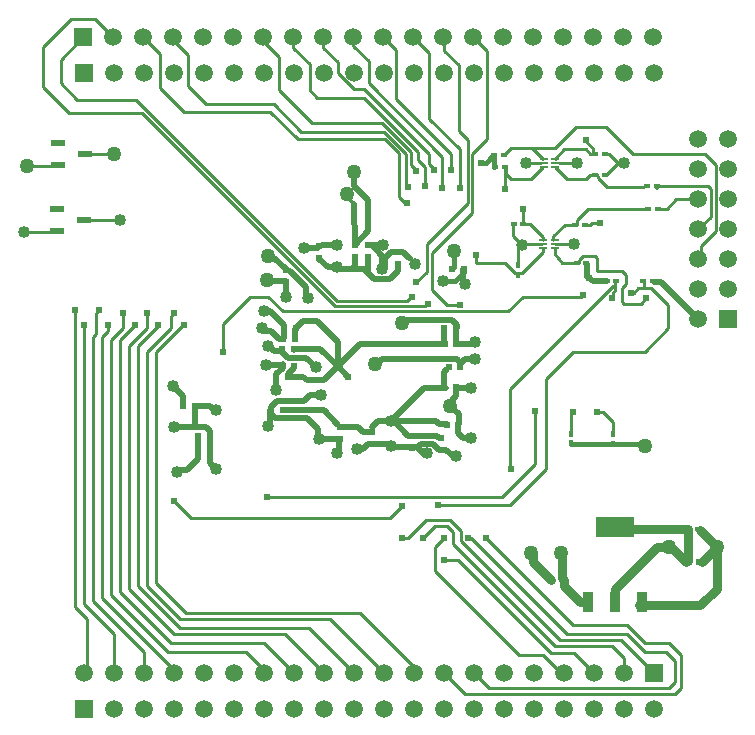
<source format=gbl>
%FSTAX23Y23*%
%MOIN*%
%SFA1B1*%

%IPPOS*%
%ADD15C,0.010000*%
%ADD16R,0.024610X0.015750*%
%ADD17R,0.015750X0.024610*%
%ADD19R,0.019680X0.023620*%
%ADD25R,0.059060X0.059060*%
%ADD41C,0.020000*%
%ADD42C,0.015000*%
%ADD46C,0.059060*%
%ADD47R,0.059060X0.059060*%
%ADD48C,0.050000*%
%ADD49C,0.040000*%
%ADD50C,0.024000*%
%ADD62R,0.045280X0.023620*%
%ADD63R,0.023620X0.019680*%
%ADD64R,0.031500X0.005910*%
%ADD65R,0.125980X0.068900*%
%ADD66R,0.037400X0.068900*%
%ADD67C,0.030000*%
%LNpcb1-1*%
%LPD*%
G54D15*
X02214Y00986D02*
X02221Y0098D01*
X00973Y01087D02*
Y011D01*
X01619Y01559D02*
Y0157D01*
X01197Y00955D02*
X01202Y0096D01*
X01632Y00673D02*
X01642D01*
X01532Y00783D02*
X01592Y00783D01*
X023Y01371D02*
Y01447D01*
X02242Y01505D02*
X023Y01447D01*
X02219Y01505D02*
X02242D01*
X01532Y00783D02*
X01532Y00783D01*
X01024Y01561D02*
X01038D01*
X01593Y01366D02*
X01598Y01371D01*
X01607Y01241D02*
Y01256D01*
X01048Y01296D02*
X01055Y01303D01*
X01052Y0125D02*
X01053Y01251D01*
X01798Y01637D02*
X01811Y0165D01*
X01798Y01581D02*
Y01637D01*
X01745Y00808D02*
X01855Y00918D01*
Y01094*
X0123Y01808D02*
X01253Y01784D01*
X01412Y0139D02*
X01421Y01399D01*
X01646Y01318D02*
X01654Y01326D01*
X01233Y01208D02*
Y0121D01*
X01032Y01208D02*
Y01217D01*
X02259Y0184D02*
X02265Y01846D01*
X02431D02*
X02441Y01836D01*
X02265Y01846D02*
X02431D01*
X01922Y01909D02*
X01963Y01868D01*
X02096Y01842D02*
X0222D01*
X02064Y01873D02*
X02096Y01842D01*
X01196Y01461D02*
X01428D01*
X01441Y01474*
X01445*
X01607Y01241D02*
Y01251D01*
X0158Y0157D02*
X01587Y01576D01*
X00992Y01201D02*
Y01208D01*
X00991Y01207D02*
Y01208D01*
Y01202D02*
Y01207D01*
X00992Y01208D02*
X00993Y01208D01*
X00991Y01207D02*
X00992Y01208D01*
X02033Y0177D02*
X02232D01*
X01996Y01733D02*
X02033Y0177D01*
X02265D02*
X02294D01*
X02325Y01801*
X024*
X02021Y01714D02*
X02038D01*
X02046Y01722*
X02071*
X01002Y01336D02*
X01017D01*
X00952Y0143D02*
X00973D01*
X01019Y01371D02*
Y01383D01*
X01017Y01336D02*
X01018Y01337D01*
X01017Y01336D02*
X01017D01*
X01018Y0137D02*
X01019Y01371D01*
X01058D02*
X0106D01*
X01057Y0137D02*
X01058Y01371D01*
X01056Y01336D02*
X01057Y01337D01*
X01024Y01561D02*
Y01567D01*
X01092Y01477D02*
X01098Y01472D01*
X00974Y01612D02*
X00981Y01604D01*
X00987*
X00972Y01098D02*
X00973Y01097D01*
X00547Y02089D02*
X0119Y01446D01*
X00525Y02132D02*
X01196Y01461D01*
X0033Y02132D02*
X00525D01*
X0119Y01446D02*
X01491D01*
X01497Y01452*
X00301Y02089D02*
X00547D01*
X01084Y01636D02*
X01085Y01637D01*
X01816Y01722D02*
X01821Y01717D01*
X01816Y01722D02*
Y01767D01*
X01821Y01717D02*
X0184D01*
X01812D02*
X01817D01*
X01821*
X01782Y01678D02*
Y01714D01*
Y01678D02*
X0181Y01651D01*
X00965Y01045D02*
X00973Y01053D01*
X00965Y01044D02*
Y01045D01*
X01298Y01647D02*
X01311D01*
X01352Y01563D02*
X01357Y01569D01*
X01399Y0163D02*
X01401Y01627D01*
X01398Y01624D02*
Y01626D01*
X01592Y01166D02*
X01598Y01173D01*
X01641D02*
X01643Y01171D01*
X01403Y0181D02*
X01427Y01786D01*
X01403Y0181D02*
Y01955D01*
X01357Y02001D02*
X01403Y01955D01*
X01064Y02001D02*
X01357D01*
X01427Y01847D02*
X01433Y01841D01*
X01427Y01847D02*
Y01952D01*
X01353Y02026D02*
X01427Y01952D01*
X01077Y02026D02*
X01353D01*
X0146Y01896D02*
Y01898D01*
X01442Y01916D02*
Y01959D01*
X01344Y02056D02*
X01442Y01959D01*
X01111Y02056D02*
X01344D01*
X0149Y01845D02*
Y01909D01*
X01467Y01932D02*
Y01957D01*
X01286Y02139D02*
X01467Y01957D01*
X0113Y02139D02*
X01286D01*
X01519Y01898D02*
Y01901D01*
X01502Y01918D02*
Y01951D01*
X01285Y02168D02*
X01502Y01951D01*
X01251Y02168D02*
X01285D01*
X01546Y0184D02*
Y01942D01*
X01301Y02187D02*
X01546Y01942D01*
X01301Y02187D02*
Y02262D01*
X01198Y02221D02*
X01251Y02168D01*
X01442Y01916D02*
X0146Y01898D01*
X0123Y01808D02*
Y01818D01*
X00963Y01531D02*
X00965Y01528D01*
X01198Y02221D02*
Y02259D01*
X01502Y01918D02*
X01519Y01901D01*
X01467Y01932D02*
X01487Y01913D01*
X00973Y02092D02*
X01064Y02001D01*
X01195Y01574D02*
X01201Y01568D01*
X01015Y01427D02*
X01767D01*
X00967Y01475D02*
X01015Y01427D01*
X01767D02*
X01815Y01475D01*
X02008*
X02014Y01481*
X02117Y00986D02*
Y00986D01*
X01975Y00987D02*
X01976Y00986D01*
X01647Y01953D02*
X01697Y02003D01*
X01716Y01947D02*
X0172D01*
X01647Y01755D02*
Y01953D01*
X01632Y01787D02*
Y01999D01*
X01496Y01651D02*
X01632Y01787D01*
X01601Y0203D02*
X01632Y01999D01*
X01513Y01621D02*
X01647Y01755D01*
X0172Y01909D02*
X01722Y01907D01*
X02249Y01528D02*
X02251Y01525D01*
X02034Y01539D02*
X02037D01*
X0203Y01542D02*
X02034Y01539D01*
X02027Y01588D02*
X0203Y01585D01*
X02027Y01588D02*
X02027D01*
X02063Y01561D02*
X02147D01*
X02063D02*
Y01605D01*
X01994Y01588D02*
X01999D01*
X01947Y0159D02*
X02001D01*
X01999Y01588D02*
X02001Y0159D01*
X02211Y01455D02*
X02227Y01471D01*
X01427Y01786D02*
X0143Y01788D01*
X01996Y01716D02*
Y01733D01*
X01988Y01714D02*
X01993D01*
X01996Y01716*
X02441Y01742D02*
Y01836D01*
X024Y01701D02*
X02441Y01742D01*
X01753Y01953D02*
X01757D01*
X0246Y01695D02*
Y01914D01*
X02409Y01644D02*
X0246Y01695D01*
X02422Y01953D02*
X0246Y01914D01*
X01553Y01371D02*
X01553Y0137D01*
Y01318D02*
X01554Y01318D01*
X01561Y01234D02*
Y01236D01*
X01566Y01241*
X01568*
X01321Y01252D02*
X01328Y01259D01*
X01334*
X00905Y01475D02*
X00967D01*
X00815Y01385D02*
X00905Y01475D01*
X00815Y01291D02*
Y01385D01*
X00991Y01202D02*
X00992Y01201D01*
X00787Y01098D02*
X00802D01*
X012Y01049D02*
X01202D01*
X01207Y01044*
Y01042D02*
Y01044D01*
X01202Y01002D02*
Y01003D01*
X01133Y01004D02*
X01136Y01001D01*
X01137Y01002*
X01202Y00998D02*
X01207Y01003D01*
X00653Y00794D02*
X00709Y00738D01*
X01373D02*
X01412Y00777D01*
X00709Y00738D02*
X01373D01*
X01263Y00969D02*
X01281D01*
X01311Y01025D02*
Y01041D01*
X01367Y00986D02*
X01376Y00978D01*
X01486Y00952D02*
X01495D01*
X01446Y00972D02*
X01466D01*
X01534Y00966D02*
X01543D01*
X01582Y00945D02*
X01593D01*
X01537Y01005D02*
X01543D01*
X01376Y00978D02*
X01379Y00974D01*
X01558Y01172D02*
X0156Y01174D01*
X016Y0105D02*
X01601Y01051D01*
X01561Y0105D02*
X01562Y01051D01*
X0158Y0112D02*
Y01133D01*
X01573Y01113D02*
X0158Y0112D01*
X01563Y01448D02*
X01604D01*
X01513Y01498D02*
Y01621D01*
Y01498D02*
X01563Y01448D01*
X01622Y0153D02*
X01629D01*
X01617Y01535D02*
X01622Y0153D01*
X01617Y01567D02*
X01619Y0157D01*
X0146Y01524D02*
X01496Y0156D01*
X01772Y00913D02*
Y01169D01*
X01772Y00913D02*
X01772Y00913D01*
Y01169D02*
X02115Y01513D01*
X01376Y01061D02*
X01384D01*
X01592Y00783D02*
X01772D01*
X01892Y00903*
X01658Y01587D02*
Y01614D01*
X01496Y0156D02*
Y01651D01*
X01399Y0163D02*
Y01632D01*
X01349Y01648D02*
X0135Y01649D01*
X01298Y01647D02*
X01298Y01648D01*
X01136Y01603D02*
Y01605D01*
X01139Y01641D02*
X01146Y01648D01*
X01577Y01899D02*
Y01951D01*
X01606Y01837D02*
Y01967D01*
X01132Y0164D02*
X01136Y01644D01*
X01139Y01641*
X01921Y01936D02*
X01952Y01968D01*
X02027Y01993D02*
Y01998D01*
X0204Y01953D02*
X02051D01*
X02055*
X02049Y01955D02*
X02051Y01953D01*
X02049Y01955D02*
Y01971D01*
X02027Y01993D02*
X02049Y01971D01*
X02092Y02043D02*
X02182Y01953D01*
X01992Y02043D02*
X02092D01*
X01922Y01973D02*
X01992Y02043D01*
X01754Y01834D02*
Y01905D01*
X01755Y01907*
X01658Y01587D02*
X01757D01*
X01788Y01556*
X01697Y02003D02*
Y02294D01*
X0165Y02341D02*
X01697Y02294D01*
X01601Y0203D02*
Y02247D01*
X01551Y02296D02*
X01601Y02247D01*
X01551Y02296D02*
Y0234D01*
X0155Y02341D02*
X01551Y0234D01*
X01503Y0207D02*
Y02288D01*
Y0207D02*
X01606Y01967D01*
X0145Y02341D02*
X01503Y02288D01*
X0176Y01884D02*
X01776Y01868D01*
X0176Y01884D02*
Y01904D01*
X01757Y01907D02*
X0176Y01904D01*
X01755Y01907D02*
X01757D01*
X01776Y01868D02*
X01841D01*
X01788Y01556D02*
X01795D01*
X01798Y01553*
Y01548D02*
Y01553D01*
X018Y01556D02*
X01811D01*
X01798Y01553D02*
X018Y01556D01*
X01811D02*
X01881Y01626D01*
X0181Y01651D02*
X01878D01*
X01805D02*
X0181D01*
X01811Y0165*
X02115Y01513D02*
X02121D01*
X00215Y02175D02*
X00301Y02089D01*
X00215Y02175D02*
Y02307D01*
X0031Y02402*
X00389*
X0045Y02341*
X00275Y02187D02*
X0033Y02132D01*
X00275Y02187D02*
Y02266D01*
X0035Y02341*
X00686Y02092D02*
X00973D01*
X00606Y02172D02*
X00686Y02092D01*
X00606Y02172D02*
Y02285D01*
X0055Y02341D02*
X00606Y02285D01*
X00699Y02178D02*
X00759Y02118D01*
X0065Y02331D02*
X00699Y02283D01*
Y02178D02*
Y02283D01*
X0065Y02331D02*
Y02341D01*
X00985Y02118D02*
X01077Y02026D01*
X00759Y02118D02*
X00985D01*
X01002Y02166D02*
Y02276D01*
X0095Y02327D02*
X01002Y02276D01*
X0095Y02327D02*
Y02341D01*
X01002Y02166D02*
X01111Y02056D01*
X01487Y01912D02*
X0149Y01909D01*
X01487Y01912D02*
Y01913D01*
X01105Y02164D02*
Y02252D01*
X0105Y02306D02*
X01105Y02252D01*
X0105Y02306D02*
Y02341D01*
X01105Y02164D02*
X0113Y02139D01*
X0115Y02306D02*
X01198Y02259D01*
X0115Y02306D02*
Y02341D01*
X01393Y02135D02*
X01577Y01951D01*
X01393Y02135D02*
Y02299D01*
X0125Y02312D02*
X01301Y02262D01*
X0125Y02312D02*
Y02341D01*
X0135D02*
X01393Y02299D01*
X0135Y02341D02*
X0135D01*
X00961Y00808D02*
X01745D01*
X01572Y00733D02*
X0161Y00695D01*
Y00663D02*
X0194Y00333D01*
X0161Y00663D02*
Y00695D01*
X02001Y0159D02*
X02002Y0159D01*
X02057Y01611D02*
X02063Y01605D01*
X02015Y01611D02*
X02057D01*
X02002Y01597D02*
X02015Y01611D01*
X02002Y0159D02*
Y01597D01*
X01921Y01617D02*
X01947Y0159D01*
X02219Y01505D02*
Y01525D01*
X02216Y01528D02*
X02219Y01525D01*
X02211Y01453D02*
Y01455D01*
X02144Y01505D02*
X02158Y01519D01*
X02144Y0146D02*
Y01505D01*
Y0146D02*
X02151Y01453D01*
X02158Y01519D02*
Y0155D01*
X02199Y01505D02*
X02219D01*
X02184Y0149D02*
X02199Y01505D01*
X02176Y0149D02*
X02184D01*
X02151Y01453D02*
X02211D01*
X02147Y01561D02*
X02158Y0155D01*
X02064Y01873D02*
Y0188D01*
X02061Y01883D02*
X02064Y0188D01*
X02057Y01883D02*
X02061D01*
X0204D02*
X02057D01*
X01921Y01617D02*
Y01636D01*
X01917Y01666D02*
Y01677D01*
X01954Y01714*
X01988*
X01921Y01651D02*
X01986D01*
X0184Y01717D02*
X01881Y01675D01*
Y01626D02*
Y01636D01*
Y01666D02*
Y01675D01*
X01993Y01922D02*
X01994Y01921D01*
X01934Y01922D02*
X01993D01*
X01825Y01923D02*
X01874D01*
X01824Y01922D02*
X01825Y01923D01*
X01846Y01973D02*
X01922D01*
X01777D02*
X01846D01*
X01952Y01968D02*
X02025D01*
X01841Y01868D02*
X01882Y01909D01*
X01963Y01868D02*
X02025D01*
X02092Y01953D02*
X02102D01*
X02132Y01923*
X02094Y01885D02*
X02132Y01923D01*
X02089Y01885D02*
X02094D01*
X02132Y01923D02*
X02152D01*
X02182Y01953D02*
X02422D01*
X02409Y0161D02*
Y01644D01*
X024Y01601D02*
X02409Y0161D01*
X0239Y0181D02*
X024Y01801D01*
X02121Y01513D02*
Y01525D01*
Y01497D02*
Y01513D01*
X02114Y0149D02*
X02121Y01497D01*
X02114Y01475D02*
Y0149D01*
X02112Y01473D02*
X02114Y01475D01*
X02117Y01019D02*
Y01058D01*
X02082Y01093D02*
X02117Y01058D01*
X02062Y01093D02*
X02082D01*
X01982Y01293D02*
X02222D01*
X01892Y01203D02*
X01982Y01293D01*
X01892Y00903D02*
Y01203D01*
X02222Y01293D02*
X023Y01371D01*
X01842Y00623D02*
X01849Y00615D01*
X0191Y00533D02*
X01912D01*
X01987Y00477D02*
X01992Y00472D01*
X01942Y00623D02*
X01946Y00618D01*
Y00537D02*
X01951Y00533D01*
X01882Y00283D02*
X01942Y00223D01*
X01802Y00283D02*
X01882D01*
X01942Y00223D02*
X01952D01*
X02112Y00313D02*
X02152Y00273D01*
X01922Y00313D02*
X02112D01*
X01582Y00653D02*
X01922Y00313D01*
X0194Y00333D02*
X02142D01*
X01692Y00673D02*
X01982Y00383D01*
X02142Y00333D02*
X02252Y00223D01*
X02162Y00353D02*
X02222Y00293D01*
X01962Y00353D02*
X02162D01*
X01642Y00673D02*
X01962Y00353D01*
X02162Y00383D02*
X02222Y00323D01*
X01982Y00383D02*
X02162D01*
X01582Y00653D02*
Y00693D01*
X01598Y00598D02*
X01908Y00288D01*
X01552Y00598D02*
X01598D01*
X01522Y00643D02*
X01552Y00673D01*
X01522Y00563D02*
Y00643D01*
Y00563D02*
X01802Y00283D01*
X01562Y00713D02*
X01582Y00693D01*
X01522Y00713D02*
X01562D01*
X01482Y00673D02*
X01522Y00713D01*
X01908Y00288D02*
X01987D01*
X01492Y00733D02*
X01572D01*
X01432Y00673D02*
X01492Y00733D01*
X01987Y00288D02*
X02052Y00223D01*
X01412Y00673D02*
X01432D01*
X02302Y00323D02*
X02342Y00283D01*
X02222Y00323D02*
X02302D01*
X02342Y00173D02*
Y00283D01*
X02322Y00153D02*
X02342Y00173D01*
X01622Y00153D02*
X02322D01*
X01552Y00223D02*
X01622Y00153D01*
X02062Y00697D02*
X02067Y00703D01*
X02322Y00193D02*
Y00263D01*
X02302Y00173D02*
X02322Y00193D01*
X01702Y00173D02*
X02302D01*
X02292Y00293D02*
X02322Y00263D01*
X02222Y00293D02*
X02292D01*
X01652Y00223D02*
X01702Y00173D01*
X02152Y00223D02*
Y00273D01*
X00362Y00233D02*
Y00403D01*
X00322Y00443D02*
X00362Y00403D01*
X00322Y01433D02*
Y00443D01*
X00352Y00223D02*
X00362Y00233D01*
X00452Y00223D02*
Y00353D01*
X00352Y00453D02*
X00452Y00353D01*
X00352Y00453D02*
Y01383D01*
X00552Y00223D02*
Y00293D01*
X00382Y00463D02*
X00552Y00293D01*
X00382Y00463D02*
Y01343D01*
X00652Y00223D02*
Y00233D01*
X00412Y00473D02*
X00652Y00233D01*
X00412Y00473D02*
Y01343D01*
X00322Y01433D02*
Y01438D01*
X01452Y00223D02*
Y00243D01*
X01272Y00423D02*
X01452Y00243D01*
X00692Y00423D02*
X01272D01*
X00682Y01383D02*
X00687D01*
X00592Y01293D02*
X00682Y01383D01*
X00592Y00523D02*
Y01293D01*
Y00523D02*
X00692Y00423D01*
X00562Y01293D02*
X00642Y01373D01*
X00562Y00513D02*
Y01293D01*
Y00513D02*
X00672Y00403D01*
X00642Y01373D02*
Y01413D01*
X00652Y01423*
X00672Y00403D02*
X01172D01*
X01352Y00223*
X00632Y00293D02*
X00892D01*
X00442Y00483D02*
X00632Y00293D01*
X00442Y00483D02*
Y01333D01*
X00672Y00373D02*
X01102D01*
X00532Y00513D02*
X00672Y00373D01*
X00532Y00513D02*
Y01313D01*
X00599Y0138*
Y01383*
X00502Y01313D02*
X00562Y01373D01*
Y01392*
X00562Y01393D02*
Y01423D01*
Y01393D02*
X00562Y01392D01*
X01152Y00223D02*
X01152Y00222D01*
X01102Y00373D02*
X01252Y00223D01*
X00502Y00503D02*
Y01313D01*
X00662Y00893D02*
X00667Y00898D01*
X00721Y01043D02*
X00721Y01042D01*
X00502Y00503D02*
X00652Y00353D01*
X01022*
X01152Y00223*
X00472Y01333D02*
X00522Y01383D01*
X00442Y01333D02*
X00482Y01373D01*
Y01423*
X00472Y00493D02*
Y01333D01*
Y00493D02*
X00642Y00323D01*
X00952*
X01052Y00223*
X00952D02*
Y00233D01*
X00892Y00293D02*
X00952Y00233D01*
X00432Y01363D02*
Y01383D01*
X00412Y01343D02*
X00432Y01363D01*
X00392Y01423D02*
X00402Y01433D01*
X00392Y01353D02*
Y01423D01*
X00382Y01343D02*
X00392Y01353D01*
X00471Y01733D02*
X00471Y01733D01*
X00352Y01733D02*
X00471D01*
X00352Y01733D02*
X00352Y01733D01*
X00263Y01695D02*
X00266Y01693D01*
X00152D02*
X00266D01*
X00255Y01923D02*
X00265Y01913D01*
X00356Y01953D02*
X00452D01*
X00162Y01913D02*
X00245D01*
X00265D02*
X00267Y01915D01*
X00245Y01913D02*
X00255Y01923D01*
X01252Y00223D02*
X01252Y00222D01*
X00721Y01042D02*
X00722Y01043D01*
X01757Y01953D02*
X01777Y01973D01*
X00721Y01113D02*
X00722Y01112D01*
Y01113D02*
X00723D01*
X00771Y00963D02*
X00771Y00963D01*
X00732Y00963D02*
X00732Y00963D01*
Y01012D02*
X00732Y01013D01*
X02302Y00643D02*
X02309D01*
X02359Y00593D02*
X02361D01*
X02364Y00595*
Y00703D02*
X02365D01*
X02401Y00593D02*
X02412D01*
X01846Y01973D02*
X01882Y01936D01*
X02025Y01868D02*
X0204Y01883D01*
X02025Y01968D02*
X0204Y01953D01*
X02121Y01525D02*
X02124Y01528D01*
X02127*
X01972Y01019D02*
X01974Y01022D01*
Y01085D02*
X01982Y01093D01*
X01974Y01022D02*
Y01085D01*
G54D16*
X02232Y0177D03*
X02265D03*
X02365Y00703D03*
X02398D03*
X02261Y01844D03*
X02229D03*
X01784Y01717D03*
X01817D03*
X02088Y01953D03*
X02055D03*
X02089Y01883D03*
X02057D03*
X01722Y01907D03*
X01755D03*
X0172Y01947D03*
X01753D03*
X02027Y01588D03*
X01994D03*
X02021Y01714D03*
X01988D03*
X02216Y01528D03*
X02249D03*
X02127D03*
X02094D03*
G54D17*
X01798Y01581D03*
Y01548D03*
X02117Y01019D03*
Y00986D03*
X01975Y0102D03*
Y00987D03*
G54D19*
X01311Y00986D03*
Y01025D03*
X01255Y0161D03*
Y01649D03*
X01446Y01011D03*
Y00972D03*
X01543Y01005D03*
Y00966D03*
X01207Y01042D03*
Y01003D03*
X01136Y01605D03*
Y01644D03*
X01298Y01608D03*
Y01647D03*
X01398Y01586D03*
Y01626D03*
X01025Y01564D03*
Y01525D03*
G54D25*
X025Y01401D03*
G54D41*
X00993Y01166D02*
Y01208D01*
X00991Y01164D02*
X00993Y01166D01*
X00985Y01296D02*
X01002D01*
X0097Y01311D02*
X00985Y01296D01*
X01094Y01197D02*
X01152D01*
X01083Y01208D02*
X01094Y01197D01*
X01032Y01208D02*
X01083D01*
X01152Y01197D02*
X01199Y01244D01*
X01014Y01239D02*
Y01251D01*
X00993Y01218D02*
X01014Y01239D01*
X00989Y01072D02*
X01097D01*
X00973Y01087D02*
X00989Y01072D01*
X01092Y01477D02*
Y01507D01*
X01038Y01561D02*
X01092Y01507D01*
X0156Y00966D02*
X01582Y00945D01*
X01543Y00966D02*
X0156D01*
X01529Y01013D02*
X01537Y01005D01*
X01431Y01013D02*
X01529D01*
X01085Y01128D02*
X01105Y01148D01*
X00995Y01128D02*
X01085D01*
X00975Y01108D02*
X00995Y01128D01*
X00975Y01097D02*
Y01108D01*
X01152Y01097D02*
X012Y01049D01*
X01014Y01097D02*
X01152D01*
X01594Y01371D02*
Y01382D01*
X01578Y01399D02*
X01594Y01382D01*
X01421Y01399D02*
X01578D01*
X01593Y01318D02*
Y01366D01*
X01594Y0127D02*
X01607Y01256D01*
X01345Y0127D02*
X01594D01*
X0114Y01303D02*
X01199Y01244D01*
X01055Y01303D02*
X0114D01*
X01033Y01273D02*
X01092D01*
X0101Y01296D02*
X01033Y01273D01*
X01092D02*
X01125Y01241D01*
X01032Y01217D02*
X01052Y01237D01*
X00959Y0125D02*
X01013D01*
X01002Y01296D02*
X0101D01*
X00993Y01208D02*
Y01218D01*
X00771Y00963D02*
Y01029D01*
X00758Y01042D02*
X00771Y01029D01*
X00721Y01042D02*
X00758D01*
X00771Y00923D02*
Y00963D01*
Y00923D02*
X00792Y00903D01*
X01255Y01649D02*
X013Y01694D01*
X01253Y01784D02*
X01255Y01649D01*
X013Y01694D02*
Y01797D01*
X01251Y01846D02*
X013Y01797D01*
X01251Y01846D02*
Y01893D01*
X00965Y01528D02*
X01024D01*
Y01476D02*
Y01528D01*
X01593Y01318D02*
X01646D01*
X01199Y01244D02*
X01233Y0121D01*
X01105Y01148D02*
X01141D01*
X01623Y01267D02*
X01656D01*
X01607Y01251D02*
X01623Y01267D01*
X00975Y01363D02*
X01002Y01336D01*
X00944Y01363D02*
X00975D01*
X00973Y0143D02*
X01019Y01383D01*
X01018Y01337D02*
Y0137D01*
X01057Y01337D02*
Y0137D01*
X0106Y01371D02*
X01083Y01394D01*
X01129*
X00987Y01604D02*
X01024Y01567D01*
X00973Y01053D02*
Y01097D01*
X01097Y01072D02*
X01133Y01036D01*
X01487Y01172D02*
X01558D01*
X01346Y01569D02*
Y01613D01*
X01311Y01647D02*
X01346Y01613D01*
X0132Y01534D02*
X01372D01*
X01298Y01556D02*
X0132Y01534D01*
X01372D02*
X01399Y01561D01*
X01298Y01556D02*
Y01608D01*
X01286Y01568D02*
X01298Y01556D01*
X01246Y01568D02*
X01286D01*
X01399Y01561D02*
Y01578D01*
X01398Y01624D02*
X01417D01*
X01377D02*
X01398D01*
X01357Y01604D02*
X01377Y01624D01*
X01357Y01569D02*
Y01604D01*
X01417Y01624D02*
X01436Y01605D01*
X01598Y01173D02*
X01641D01*
X01246Y01568D02*
X01255Y01577D01*
X01201Y01568D02*
X01246D01*
X01165Y01574D02*
X01195D01*
X01136Y01603D02*
X01165Y01574D01*
X02276Y01525D02*
X024Y01401D01*
X02251Y01525D02*
X02276D01*
X02037Y01539D02*
X02048Y01528D01*
X02094*
X0203Y01542D02*
Y01585D01*
X00649Y01178D02*
X00682Y01144D01*
Y01113D02*
Y01144D01*
X01273Y01318D02*
X01554D01*
X01199Y01244D02*
X01273Y01318D01*
X01553Y01318D02*
Y0137D01*
X01334Y01259D02*
X01345Y0127D01*
X01553Y01175D02*
Y01226D01*
X01561Y01234*
X01199Y01244D02*
Y01324D01*
X01129Y01394D02*
X01199Y01324D01*
X00772Y01113D02*
X00787Y01098D01*
X01133Y01004D02*
Y01036D01*
X01137Y01002D02*
X01202D01*
Y0096D02*
Y00998D01*
X01283Y01025D02*
X01311D01*
X01266Y01042D02*
X01283Y01025D01*
X01207Y01042D02*
X01266D01*
X01281Y00969D02*
X01298Y00986D01*
X01331Y01061D02*
X01376D01*
X01311Y01041D02*
X01331Y01061D01*
X01298Y00986D02*
X01311D01*
X01367*
X01379Y00974D02*
X01464D01*
X01466Y00972D02*
X01486Y00952D01*
X01475Y00985D02*
X01516D01*
X01464Y00974D02*
X01475Y00985D01*
X01516D02*
X01534Y00966D01*
X01616Y01006D02*
X01641D01*
X016Y01021D02*
X01616Y01006D01*
X016Y01021D02*
Y0105D01*
X01592Y01145D02*
Y01166D01*
X0158Y01133D02*
X01592Y01145D01*
X01573Y01113D02*
X01601Y01084D01*
Y01051D02*
Y01084D01*
X01537Y01051D02*
X01562D01*
X01527Y01061D02*
X01537Y01051D01*
X01383Y01068D02*
X01487Y01172D01*
X01384Y01061D02*
X01527D01*
X01617Y01535D02*
Y01567D01*
X01384Y01061D02*
X01431Y01013D01*
X01436Y01605D02*
X0144D01*
X01298Y01648D02*
X01349D01*
X01255Y01577D02*
Y0161D01*
X01146Y01648D02*
X01195D01*
X01103Y0164D02*
X01132D01*
X00696Y00898D02*
X00732Y00934D01*
X00667Y00898D02*
X00696D01*
X00732Y00934D02*
Y00963D01*
X00652Y01043D02*
X00721D01*
X00733Y01113D02*
X00772D01*
X00732Y00963D02*
Y01012D01*
X00722Y01043D02*
Y01112D01*
G54D42*
X02117Y00986D02*
X02214D01*
X01589Y01529D02*
X01619Y01559D01*
X01549Y01529D02*
X01589D01*
X01587Y01576D02*
Y0163D01*
X01976Y00986D02*
X02117D01*
X01691Y01922D02*
X01716Y01947D01*
X01675Y01922D02*
X01691D01*
X0172Y01909D02*
Y01947D01*
G54D46*
X02252Y00103D03*
X02152D03*
X02052D03*
X01952D03*
X01852D03*
X01752D03*
X01652D03*
X01552D03*
X01452D03*
X01352D03*
X01252D03*
X01152D03*
X01052D03*
X00952D03*
X00852D03*
X00752D03*
X00652D03*
X00552D03*
X00452D03*
X024Y01401D03*
X025Y01501D03*
X024D03*
X025Y01601D03*
X024D03*
X025Y01701D03*
X024D03*
X025Y01801D03*
X024D03*
X025Y01901D03*
X024D03*
X025Y02001D03*
X024D03*
X00452Y02223D03*
X00552D03*
X00652D03*
X00752D03*
X00852D03*
X00952D03*
X01052D03*
X01152D03*
X01252D03*
X01352D03*
X01452D03*
X01552D03*
X01652D03*
X01752D03*
X01852D03*
X01952D03*
X02052D03*
X02152D03*
X02252D03*
X0045Y02341D03*
X0055D03*
X0065D03*
X0075D03*
X0085D03*
X0095D03*
X0105D03*
X0115D03*
X0125D03*
X0135D03*
X0145D03*
X0155D03*
X0165D03*
X0175D03*
X0185D03*
X0195D03*
X0205D03*
X0215D03*
X0225D03*
X02152Y00223D03*
X02052D03*
X01952D03*
X01852D03*
X01752D03*
X01652D03*
X01552D03*
X01452D03*
X01352D03*
X01252D03*
X01152D03*
X01052D03*
X00952D03*
X00852D03*
X00752D03*
X00652D03*
X00552D03*
X00452D03*
X00352D03*
G54D47*
X00352Y00103D03*
Y02223D03*
X0035Y02341D03*
X02252Y00223D03*
G54D48*
X01412Y0139D03*
X01587Y0163D03*
X00965Y01612D03*
X00963Y01531D03*
X0123Y01818D03*
X01251Y01893D03*
X02221Y0098D03*
X01321Y01252D03*
X01573Y01113D03*
X01842Y00623D03*
X01942D03*
X00162Y01913D03*
X00452Y01953D03*
X02302Y00643D03*
X02462D03*
G54D49*
X00991Y01164D03*
X00964Y01311D03*
X01495Y00956D03*
X00959Y01248D03*
X01125Y01241D03*
X01654Y01326D03*
X01593Y00945D03*
X01811Y0165D03*
X01141Y01148D03*
X01656Y01267D03*
X01263Y00969D03*
X01623Y01519D03*
X00792Y00903D03*
X00947Y01371D03*
X00952Y0143D03*
X01098Y01472D03*
X01085Y01637D03*
X01197Y00955D03*
X01454Y01586D03*
X0135Y01649D03*
X01643Y01171D03*
X00792Y01098D03*
X01641Y01006D03*
X00965Y01044D03*
X01195Y01648D03*
X01346Y01569D03*
X01195Y01574D03*
X00649Y01178D03*
X01024Y01476D03*
X01136Y01001D03*
X01376Y00978D03*
X01549Y01529D03*
X01376Y01061D03*
X01986Y01651D03*
X01824Y01922D03*
X01994Y01921D03*
X02152Y01923D03*
X00652Y01043D03*
X00662Y00893D03*
X00152Y01693D03*
X00471Y01733D03*
G54D50*
X01855Y01094D03*
X01233Y01208D03*
X01445Y01474D03*
X01816Y01767D03*
X01546Y0184D03*
X01658Y01614D03*
X01604Y01449D03*
X01552Y00598D03*
X00402Y01433D03*
X00961Y00807D03*
X00322Y01433D03*
X00482Y01423D03*
X01412Y00673D03*
X00652Y01423D03*
X01577Y01899D03*
X01606Y01837D03*
X00352Y01383D03*
X02027Y01999D03*
X01498Y01452D03*
X01776Y00903D03*
X0146Y01524D03*
X01412Y00777D03*
X0149Y01845D03*
X0146Y01896D03*
X01632Y00673D03*
X006Y01383D03*
X0143Y01788D03*
X01433Y01841D03*
X01519Y01898D03*
X01692Y00673D03*
X00432Y01383D03*
X01552Y00673D03*
X00522Y01383D03*
X00562Y01423D03*
X01754Y01834D03*
X00687Y01383D03*
X01532Y00783D03*
X01482Y00673D03*
X01675Y01922D03*
X02034Y01539D03*
X02071Y01722D03*
X02227Y01471D03*
X00815Y01291D03*
X02014Y01481D03*
X00653Y00794D03*
X02176Y0149D03*
X02112Y01473D03*
X02062Y01093D03*
X01982D03*
G54D62*
X00356Y01953D03*
X00267Y0199D03*
Y01915D03*
X00352Y01733D03*
X00263Y0177D03*
Y01695D03*
G54D63*
X01017Y01336D03*
X01056D03*
X01553Y01371D03*
X01592D03*
X01554Y01318D03*
X01593D03*
X00732Y01013D03*
X00772D03*
X00732Y00963D03*
X00771D03*
X01032Y01208D03*
X00993D03*
X01052Y01245D03*
X01013D03*
X01568Y01241D03*
X01607D03*
X01014Y01097D03*
X00975D03*
X01052Y01301D03*
X01013D03*
X01561Y0105D03*
X016D03*
X0158Y0157D03*
X01619D03*
X01553Y01175D03*
X01592D03*
X00682Y01113D03*
X00721D03*
X01058Y01371D03*
X01019D03*
X02361Y00593D03*
X02401D03*
X01951Y00533D03*
X01912D03*
G54D64*
X01881Y01664D03*
Y01651D03*
Y01637D03*
X01921D03*
Y01651D03*
Y01664D03*
X01923Y01909D03*
Y01923D03*
Y01936D03*
X01884D03*
Y01923D03*
Y01909D03*
G54D65*
X02122Y00707D03*
G54D66*
X02031Y00458D03*
X02122D03*
X02212D03*
G54D67*
X02087Y00703D02*
X02364D01*
X02202Y00448D02*
X02407D01*
X01849Y00593D02*
Y00615D01*
Y00593D02*
X0191Y00533D01*
X01946Y00537D02*
Y00618D01*
X01951Y00513D02*
X01987Y00477D01*
X01951Y00513D02*
Y00533D01*
X02007Y00458D02*
X02031D01*
X01987Y00478D02*
X02007Y00458D01*
X02122Y00448D02*
Y00503D01*
X02262Y00643*
X02364Y00595D02*
Y00703D01*
X02262Y00643D02*
X02302D01*
X02309D02*
X02359Y00593D01*
X02404Y007D02*
X02462Y00643D01*
Y00503D02*
Y00643D01*
X02407Y00448D02*
X02462Y00503D01*
X02412Y00593D02*
X02462Y00643D01*
M02*
</source>
